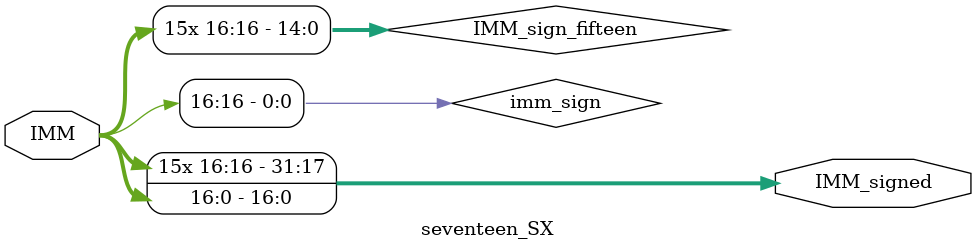
<source format=v>
module seventeen_SX(IMM, IMM_signed);
	// sign-extension unit: 17 to 32
	input [16:0] IMM;
	output [31:0] IMM_signed;
	
	// perform sign-padding
	wire imm_sign;
	assign imm_sign = IMM[16];
	
	wire [14:0] IMM_sign_fifteen = {15{imm_sign}};
	assign IMM_signed = {IMM_sign_fifteen, IMM};
	
endmodule

</source>
